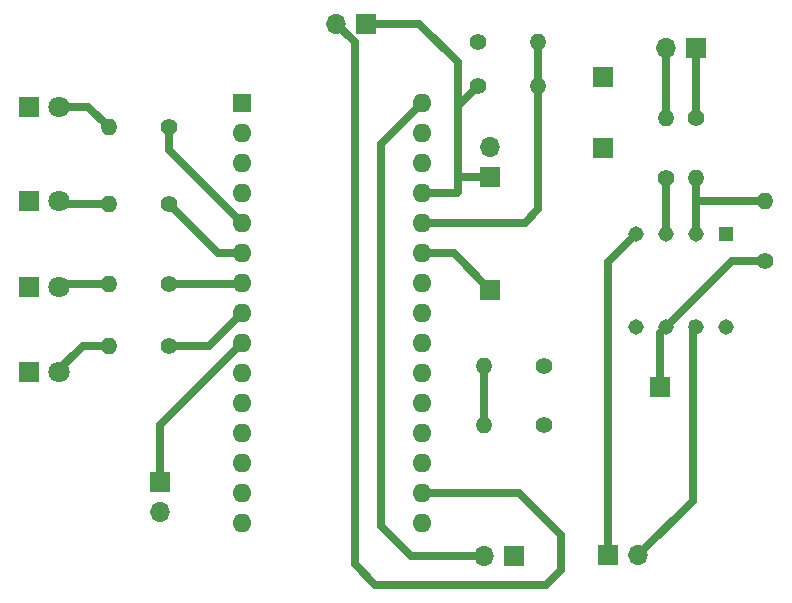
<source format=gbr>
%TF.GenerationSoftware,KiCad,Pcbnew,9.0.0*%
%TF.CreationDate,2025-03-12T10:53:54-03:00*%
%TF.ProjectId,ReceiverSide,52656365-6976-4657-9253-6964652e6b69,rev?*%
%TF.SameCoordinates,Original*%
%TF.FileFunction,Copper,L1,Top*%
%TF.FilePolarity,Positive*%
%FSLAX46Y46*%
G04 Gerber Fmt 4.6, Leading zero omitted, Abs format (unit mm)*
G04 Created by KiCad (PCBNEW 9.0.0) date 2025-03-12 10:53:54*
%MOMM*%
%LPD*%
G01*
G04 APERTURE LIST*
%TA.AperFunction,ComponentPad*%
%ADD10R,1.700000X1.700000*%
%TD*%
%TA.AperFunction,ComponentPad*%
%ADD11O,1.700000X1.700000*%
%TD*%
%TA.AperFunction,ComponentPad*%
%ADD12R,1.800000X1.800000*%
%TD*%
%TA.AperFunction,ComponentPad*%
%ADD13C,1.800000*%
%TD*%
%TA.AperFunction,ComponentPad*%
%ADD14C,1.400000*%
%TD*%
%TA.AperFunction,ComponentPad*%
%ADD15O,1.400000X1.400000*%
%TD*%
%TA.AperFunction,ComponentPad*%
%ADD16R,1.308000X1.308000*%
%TD*%
%TA.AperFunction,ComponentPad*%
%ADD17C,1.308000*%
%TD*%
%TA.AperFunction,ComponentPad*%
%ADD18R,1.600000X1.600000*%
%TD*%
%TA.AperFunction,ComponentPad*%
%ADD19O,1.600000X1.600000*%
%TD*%
%TA.AperFunction,Conductor*%
%ADD20C,0.635000*%
%TD*%
%TA.AperFunction,Conductor*%
%ADD21C,0.200000*%
%TD*%
G04 APERTURE END LIST*
D10*
%TO.P,GND2,1,Pin_1*%
%TO.N,GND*%
X173000000Y-73250000D03*
%TD*%
%TO.P,GND1,1,Pin_1*%
%TO.N,GND*%
X173000000Y-79250000D03*
%TD*%
%TO.P,OP-PWR-IN1,1,Pin_1*%
%TO.N,+5V*%
X153000000Y-68775000D03*
D11*
%TO.P,OP-PWR-IN1,2,Pin_2*%
%TO.N,+3.3V*%
X150460000Y-68775000D03*
%TD*%
D12*
%TO.P,D2,1,K*%
%TO.N,GND*%
X124480000Y-83750000D03*
D13*
%TO.P,D2,2,A*%
%TO.N,Net-(D2-A)*%
X127020000Y-83750000D03*
%TD*%
D14*
%TO.P,R3,1*%
%TO.N,/LED3*%
X136290000Y-90750000D03*
D15*
%TO.P,R3,2*%
%TO.N,Net-(D3-A)*%
X131210000Y-90750000D03*
%TD*%
D16*
%TO.P,Op-Amp1,1,NC__1*%
%TO.N,unconnected-(Op-Amp1-NC__1-Pad1)*%
X183435000Y-86565000D03*
D17*
%TO.P,Op-Amp1,2,VIN-*%
%TO.N,Net-(Op-Amp1-VIN-)*%
X180895000Y-86565000D03*
%TO.P,Op-Amp1,3,VIN+*%
%TO.N,Net-(Op-Amp1-VIN+)*%
X178355000Y-86565000D03*
%TO.P,Op-Amp1,4,VSS*%
%TO.N,/VSS-*%
X175815000Y-86565000D03*
%TO.P,Op-Amp1,5,NC*%
%TO.N,unconnected-(Op-Amp1-NC-Pad5)*%
X175815000Y-94435000D03*
%TO.P,Op-Amp1,6,VOUT*%
%TO.N,/VOUT*%
X178355000Y-94435000D03*
%TO.P,Op-Amp1,7,VDD*%
%TO.N,/VDD+*%
X180895000Y-94435000D03*
%TO.P,Op-Amp1,8,NC__2*%
%TO.N,unconnected-(Op-Amp1-NC__2-Pad8)*%
X183435000Y-94435000D03*
%TD*%
D10*
%TO.P,OP-IN1,1,Pin_1*%
%TO.N,Net-(OP-IN1-Pin_1)*%
X180895000Y-70775000D03*
D11*
%TO.P,OP-IN1,2,Pin_2*%
%TO.N,Net-(OP-IN1-Pin_2)*%
X178355000Y-70775000D03*
%TD*%
D14*
%TO.P,R2,1*%
%TO.N,/LED2*%
X136290000Y-84000000D03*
D15*
%TO.P,R2,2*%
%TO.N,Net-(D2-A)*%
X131210000Y-84000000D03*
%TD*%
D14*
%TO.P,ACC2,1*%
%TO.N,unconnected-(ACC2-Pad1)*%
X168040000Y-97750000D03*
D15*
%TO.P,ACC2,2*%
%TO.N,Net-(ACC1-Pad2)*%
X162960000Y-97750000D03*
%TD*%
D10*
%TO.P,OP-PWR1,1,Pin_1*%
%TO.N,/VSS-*%
X173500000Y-113725000D03*
D11*
%TO.P,OP-PWR1,2,Pin_2*%
%TO.N,/VDD+*%
X176040000Y-113725000D03*
%TD*%
D14*
%TO.P,ACC1,1*%
%TO.N,unconnected-(ACC1-Pad1)*%
X168040000Y-102750000D03*
D15*
%TO.P,ACC1,2*%
%TO.N,Net-(ACC1-Pad2)*%
X162960000Y-102750000D03*
%TD*%
D12*
%TO.P,D4,1,K*%
%TO.N,GND*%
X124480000Y-98250000D03*
D13*
%TO.P,D4,2,A*%
%TO.N,Net-(D4-A)*%
X127020000Y-98250000D03*
%TD*%
D14*
%TO.P,R5,1*%
%TO.N,GND*%
X162460000Y-70250000D03*
D15*
%TO.P,R5,2*%
%TO.N,/Photores*%
X167540000Y-70250000D03*
%TD*%
D18*
%TO.P,A1,1,D1/TX*%
%TO.N,unconnected-(A1-D1{slash}TX-Pad1)*%
X142480000Y-75440000D03*
D19*
%TO.P,A1,2,D0/RX*%
%TO.N,unconnected-(A1-D0{slash}RX-Pad2)*%
X142480000Y-77980000D03*
%TO.P,A1,3,~{RESET}*%
%TO.N,unconnected-(A1-~{RESET}-Pad3)*%
X142480000Y-80520000D03*
%TO.P,A1,4,GND*%
%TO.N,GND*%
X142480000Y-83060000D03*
%TO.P,A1,5,D2*%
%TO.N,/LED1*%
X142480000Y-85600000D03*
%TO.P,A1,6,D3*%
%TO.N,/LED2*%
X142480000Y-88140000D03*
%TO.P,A1,7,D4*%
%TO.N,/LED3*%
X142480000Y-90680000D03*
%TO.P,A1,8,D5*%
%TO.N,/LED4*%
X142480000Y-93220000D03*
%TO.P,A1,9,D6*%
%TO.N,/Speaker*%
X142480000Y-95760000D03*
%TO.P,A1,10,D7*%
%TO.N,unconnected-(A1-D7-Pad10)*%
X142480000Y-98300000D03*
%TO.P,A1,11,D8*%
%TO.N,unconnected-(A1-D8-Pad11)*%
X142480000Y-100840000D03*
%TO.P,A1,12,D9*%
%TO.N,unconnected-(A1-D9-Pad12)*%
X142480000Y-103380000D03*
%TO.P,A1,13,D10*%
%TO.N,unconnected-(A1-D10-Pad13)*%
X142480000Y-105920000D03*
%TO.P,A1,14,D11*%
%TO.N,unconnected-(A1-D11-Pad14)*%
X142480000Y-108460000D03*
%TO.P,A1,15,D12*%
%TO.N,unconnected-(A1-D12-Pad15)*%
X142480000Y-111000000D03*
%TO.P,A1,16,D13*%
%TO.N,unconnected-(A1-D13-Pad16)*%
X157720000Y-111000000D03*
%TO.P,A1,17,3V3*%
%TO.N,+3.3V*%
X157720000Y-108460000D03*
%TO.P,A1,18,AREF*%
%TO.N,unconnected-(A1-AREF-Pad18)*%
X157720000Y-105920000D03*
%TO.P,A1,19,A0*%
%TO.N,unconnected-(A1-A0-Pad19)*%
X157720000Y-103380000D03*
%TO.P,A1,20,A1*%
%TO.N,unconnected-(A1-A1-Pad20)*%
X157720000Y-100840000D03*
%TO.P,A1,21,A2*%
%TO.N,unconnected-(A1-A2-Pad21)*%
X157720000Y-98300000D03*
%TO.P,A1,22,A3*%
%TO.N,unconnected-(A1-A3-Pad22)*%
X157720000Y-95760000D03*
%TO.P,A1,23,A4*%
%TO.N,unconnected-(A1-A4-Pad23)*%
X157720000Y-93220000D03*
%TO.P,A1,24,A5*%
%TO.N,unconnected-(A1-A5-Pad24)*%
X157720000Y-90680000D03*
%TO.P,A1,25,A6*%
%TO.N,/Halleffect*%
X157720000Y-88140000D03*
%TO.P,A1,26,A7*%
%TO.N,/Photores*%
X157720000Y-85600000D03*
%TO.P,A1,27,+5V*%
%TO.N,+5V*%
X157720000Y-83060000D03*
%TO.P,A1,28,~{RESET}*%
%TO.N,unconnected-(A1-~{RESET}-Pad28)*%
X157720000Y-80520000D03*
%TO.P,A1,29,GND*%
%TO.N,GND*%
X157720000Y-77980000D03*
%TO.P,A1,30,VIN*%
%TO.N,Net-(A1-VIN)*%
X157720000Y-75440000D03*
%TD*%
D14*
%TO.P,ACC3,1*%
%TO.N,Net-(Op-Amp1-VIN+)*%
X178355000Y-81790000D03*
D15*
%TO.P,ACC3,2*%
%TO.N,Net-(OP-IN1-Pin_2)*%
X178355000Y-76710000D03*
%TD*%
D12*
%TO.P,D1,1,K*%
%TO.N,GND*%
X124480000Y-75750000D03*
D13*
%TO.P,D1,2,A*%
%TO.N,Net-(D1-A)*%
X127020000Y-75750000D03*
%TD*%
D14*
%TO.P,ACC4,1*%
%TO.N,Net-(OP-IN1-Pin_1)*%
X180895000Y-76709999D03*
D15*
%TO.P,ACC4,2*%
%TO.N,Net-(Op-Amp1-VIN-)*%
X180895000Y-81789999D03*
%TD*%
D14*
%TO.P,R4,1*%
%TO.N,/LED4*%
X136290000Y-96000000D03*
D15*
%TO.P,R4,2*%
%TO.N,Net-(D4-A)*%
X131210000Y-96000000D03*
%TD*%
D14*
%TO.P,PR1,1*%
%TO.N,+5V*%
X162460000Y-74000000D03*
D15*
%TO.P,PR1,2*%
%TO.N,/Photores*%
X167540000Y-74000000D03*
%TD*%
D10*
%TO.P,Speaker1,1,Pin_1*%
%TO.N,/Speaker*%
X135525000Y-107500000D03*
D11*
%TO.P,Speaker1,2,Pin_2*%
%TO.N,GND*%
X135525000Y-110040000D03*
%TD*%
D14*
%TO.P,ACC5,1*%
%TO.N,/VOUT*%
X186750000Y-88830000D03*
D15*
%TO.P,ACC5,2*%
%TO.N,Net-(Op-Amp1-VIN-)*%
X186750000Y-83750000D03*
%TD*%
D14*
%TO.P,R1,1*%
%TO.N,/LED1*%
X136290000Y-77500000D03*
D15*
%TO.P,R1,2*%
%TO.N,Net-(D1-A)*%
X131210000Y-77500000D03*
%TD*%
D10*
%TO.P,Hall1,1,Pin_1*%
%TO.N,+5V*%
X163475000Y-81750000D03*
D11*
%TO.P,Hall1,2,Pin_2*%
%TO.N,GND*%
X163475000Y-79210000D03*
%TD*%
D10*
%TO.P,HALL-IN1,1,Pin_1*%
%TO.N,/Halleffect*%
X163500000Y-91250000D03*
%TD*%
%TO.P,AUX-PWR1,1,Pin_1*%
%TO.N,GND*%
X165500000Y-113775000D03*
D11*
%TO.P,AUX-PWR1,2,Pin_2*%
%TO.N,Net-(A1-VIN)*%
X162960000Y-113775000D03*
%TD*%
D12*
%TO.P,D3,1,K*%
%TO.N,GND*%
X124480000Y-91000000D03*
D13*
%TO.P,D3,2,A*%
%TO.N,Net-(D3-A)*%
X127020000Y-91000000D03*
%TD*%
D10*
%TO.P,OP-OUT1,1,Pin_1*%
%TO.N,/VOUT*%
X177895000Y-99500000D03*
%TD*%
D20*
%TO.N,+3.3V*%
X165960000Y-108460000D02*
X157720000Y-108460000D01*
X169500000Y-112000000D02*
X165960000Y-108460000D01*
X169500000Y-115000000D02*
X169500000Y-112000000D01*
X168250000Y-116250000D02*
X169500000Y-115000000D01*
X153750000Y-116250000D02*
X168250000Y-116250000D01*
X152000000Y-114500000D02*
X153750000Y-116250000D01*
X152000000Y-70315000D02*
X152000000Y-114500000D01*
X150460000Y-68775000D02*
X152000000Y-70315000D01*
%TO.N,+5V*%
X154725000Y-68775000D02*
X153000000Y-68775000D01*
X154750000Y-68750000D02*
X154725000Y-68775000D01*
X157500000Y-68750000D02*
X154750000Y-68750000D01*
X160750000Y-72000000D02*
X157500000Y-68750000D01*
X160750000Y-75710000D02*
X160750000Y-72000000D01*
%TO.N,/LED1*%
X142480000Y-85600000D02*
X136290000Y-79410000D01*
X136290000Y-79410000D02*
X136290000Y-77500000D01*
D21*
%TO.N,+5V*%
X158280000Y-82500000D02*
X157720000Y-83060000D01*
X160690000Y-83060000D02*
X160750000Y-83000000D01*
D20*
X160750000Y-75710000D02*
X162460000Y-74000000D01*
X160750000Y-81750000D02*
X160750000Y-75710000D01*
X163475000Y-81750000D02*
X160750000Y-81750000D01*
X160750000Y-83000000D02*
X160750000Y-81750000D01*
X157720000Y-83060000D02*
X160690000Y-83060000D01*
%TO.N,/LED4*%
X139700000Y-96000000D02*
X142480000Y-93220000D01*
X136080000Y-96000000D02*
X139700000Y-96000000D01*
%TO.N,/Photores*%
X166400000Y-85600000D02*
X157720000Y-85600000D01*
X167540000Y-84460000D02*
X166400000Y-85600000D01*
X167540000Y-74000000D02*
X167540000Y-84460000D01*
X167540000Y-70250000D02*
X167540000Y-74000000D01*
%TO.N,/Halleffect*%
X160390000Y-88140000D02*
X163500000Y-91250000D01*
X157720000Y-88140000D02*
X160390000Y-88140000D01*
%TO.N,/LED2*%
X140430000Y-88140000D02*
X136290000Y-84000000D01*
X142480000Y-88140000D02*
X140430000Y-88140000D01*
%TO.N,Net-(A1-VIN)*%
X162960000Y-113775000D02*
X156775000Y-113775000D01*
X154250000Y-111250000D02*
X154250000Y-78910000D01*
X154250000Y-78910000D02*
X157720000Y-75440000D01*
X156775000Y-113775000D02*
X154250000Y-111250000D01*
%TO.N,/LED3*%
X142410000Y-90750000D02*
X136180000Y-90750000D01*
X136180000Y-90750000D02*
X136110000Y-90680000D01*
D21*
X136110000Y-90680000D02*
X136040000Y-90750000D01*
D20*
X142480000Y-90680000D02*
X142410000Y-90750000D01*
%TO.N,/Speaker*%
X135525000Y-102715000D02*
X135525000Y-107500000D01*
X142480000Y-95760000D02*
X135525000Y-102715000D01*
%TO.N,Net-(D1-A)*%
X129460000Y-75750000D02*
X127020000Y-75750000D01*
X131210000Y-77500000D02*
X129460000Y-75750000D01*
D21*
%TO.N,Net-(D2-A)*%
X127020000Y-83750000D02*
X126750000Y-83750000D01*
D20*
X131210000Y-84000000D02*
X127270000Y-84000000D01*
X127270000Y-84000000D02*
X127020000Y-83750000D01*
%TO.N,Net-(D3-A)*%
X131210000Y-90750000D02*
X127270000Y-90750000D01*
X127270000Y-90750000D02*
X127020000Y-91000000D01*
D21*
X127020000Y-91000000D02*
X126770000Y-91000000D01*
D20*
%TO.N,Net-(D4-A)*%
X131210000Y-96000000D02*
X129000000Y-96000000D01*
X129000000Y-96000000D02*
X126750000Y-98250000D01*
%TO.N,/VSS-*%
X173500000Y-88880000D02*
X175815000Y-86565000D01*
X173500000Y-113725000D02*
X173500000Y-88880000D01*
%TO.N,/VDD+*%
X180625000Y-105185000D02*
X180625000Y-105000000D01*
X176040000Y-113725000D02*
X180625000Y-109140000D01*
X180625000Y-105000000D02*
X180625000Y-94185000D01*
X180625000Y-109140000D02*
X180625000Y-105000000D01*
%TO.N,Net-(ACC1-Pad2)*%
X162960000Y-97750000D02*
X162960000Y-102750000D01*
%TO.N,Net-(OP-IN1-Pin_2)*%
X178355000Y-70775000D02*
X178355000Y-76710000D01*
%TO.N,Net-(OP-IN1-Pin_1)*%
X180895000Y-70775000D02*
X180895000Y-76709999D01*
%TO.N,Net-(Op-Amp1-VIN+)*%
X178355000Y-81790000D02*
X178355000Y-86565000D01*
D21*
X178355000Y-86545000D02*
X178375000Y-86565000D01*
D20*
%TO.N,Net-(Op-Amp1-VIN-)*%
X180895000Y-81789999D02*
X180895000Y-83750000D01*
X180895000Y-83750000D02*
X180895000Y-86565000D01*
X186750000Y-83750000D02*
X180895000Y-83750000D01*
D21*
X180895000Y-86545000D02*
X180915000Y-86565000D01*
D20*
%TO.N,/VOUT*%
X186750000Y-88830000D02*
X183960000Y-88830000D01*
X183960000Y-88830000D02*
X178355000Y-94435000D01*
X178355000Y-94435000D02*
X177895000Y-94895000D01*
X177895000Y-94895000D02*
X177895000Y-99500000D01*
%TD*%
M02*

</source>
